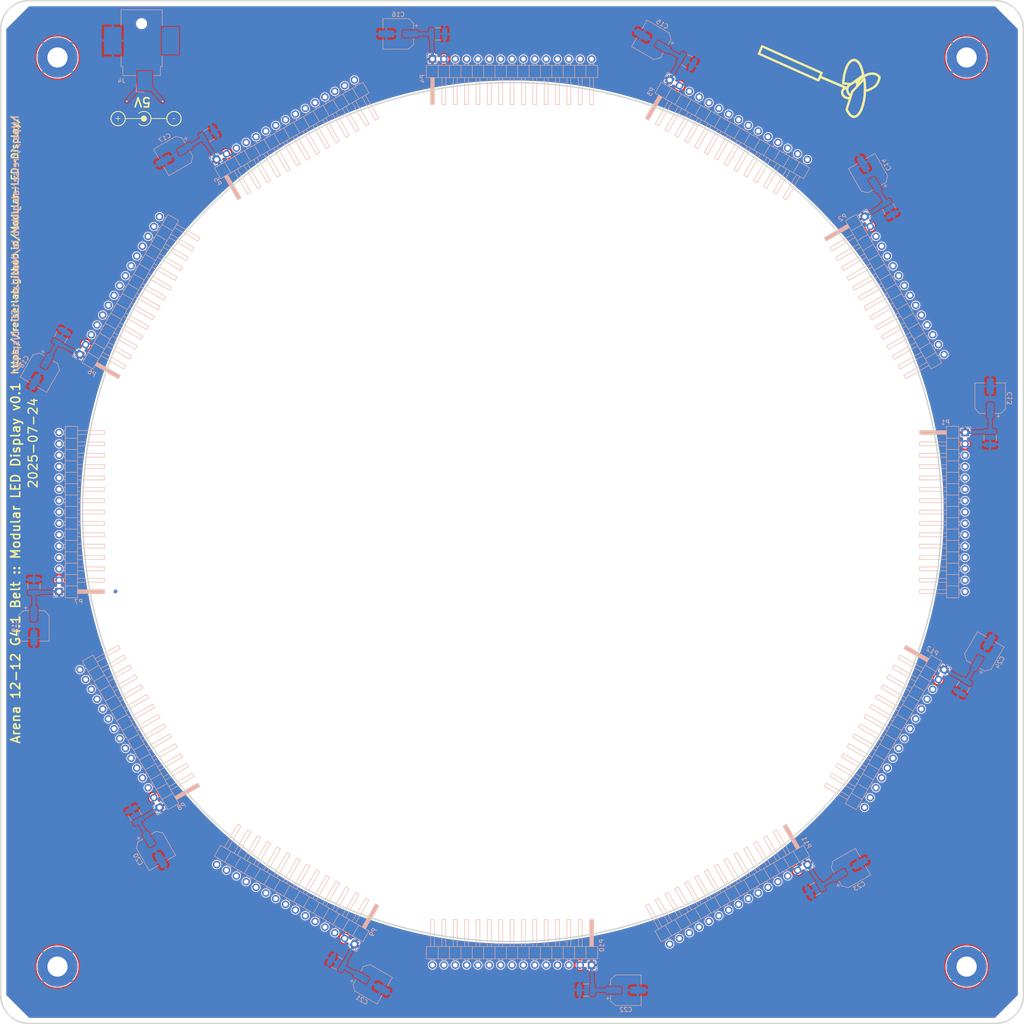
<source format=kicad_pcb>
(kicad_pcb (version 20241229) (generator "pcbnew") (generator_version "9.0")
  (title_block (title "Arena 12-12 G4.1 Belt :: Modular LED Display") (date "2025-07-24") (rev "v0.1") (company "MCN-NET @ Janelia"))
  (layers (0 "F.Cu" signal) (2 "B.Cu" signal) (13 "F.Paste" user) (15 "B.Paste" user) (5 "F.SilkS" user "F.Silkscreen") (7 "B.SilkS" user "B.Silkscreen") (1 "F.Mask" user) (3 "B.Mask" user) (25 "Edge.Cuts" user))
  (property "URL" "")
  (net 0 "")
  (net 1 "+5V")
  (net 13 "GND")
  (footprint "MountingHole:MountingHole_4.5mm_Pad" (layer "F.Cu") (at 76.2 76.2)
    (property "Reference" "H1" (hide yes))
    (property "Value" "MountingHole_Pad" (hide yes))
  )
  (footprint "MountingHole:MountingHole_4.5mm_Pad" (layer "F.Cu") (at 279.4 279.4)
    (property "Reference" "H3" (hide yes))
    (property "Value" "MountingHole_Pad" (hide yes))
  )
  (footprint "MountingHole:MountingHole_4.5mm_Pad" (layer "F.Cu") (at 76.2 279.4)
    (property "Reference" "H4" (hide yes))
    (property "Value" "MountingHole_Pad" (hide yes))
  )
  (footprint "MountingHole:MountingHole_4.5mm_Pad" (layer "F.Cu") (at 279.4 76.2)
    (property "Reference" "H2" (hide yes))
    (property "Value" "MountingHole_Pad" (hide yes))
  )
  (footprint "Capacitor_SMD:CP_Elec_6.3x7.7" (layer "B.Cu") (at 152.359556 70.918075 180)
    (property "Reference" "C16")
    (property "Value" "C_Polarized")
  )
  (footprint "Capacitor_SMD:C_1210_3225Metric" (layer "B.Cu") (at 216.907465 76.989482 -30)
    (property "Reference" "C3" (hide yes))
    (property "Value" "100uF" (hide yes))
  )
  (footprint "Connector_BarrelJack:BarrelJack_CUI_PJ-036AH-SMT_Horizontal" (layer "B.Cu") (at 95 75.64)
    (property "Reference" "J4")
    (property "Value" "Barrel_Jack")
  )
  (footprint "Connector_PinHeader_2.54mm:PinHeader_1x15_P2.54mm_Horizontal" (layer "B.Cu") (at 195.579999 279.054028 90)
    (property "Reference" "P10")
    (property "Value" "CONN15")
  )
  (footprint "Connector_PinHeader_2.54mm:PinHeader_1x15_P2.54mm_Horizontal" (layer "B.Cu") (at 274.378561 213.029082 150)
    (property "Reference" "P12")
    (property "Value" "CONN15")
  )
  (footprint "Connector_PinHeader_2.54mm:PinHeader_1x15_P2.54mm_Horizontal" (layer "B.Cu") (at 76.545971 195.58)
    (property "Reference" "P7")
    (property "Value" "CONN15")
  )
  (footprint "Capacitor_SMD:CP_Elec_6.3x7.7" (layer "B.Cu") (at 283.082684 209.20889 60)
    (property "Reference" "C24")
    (property "Value" "C_Polarized")
  )
  (footprint "Capacitor_SMD:C_1210_3225Metric" (layer "B.Cu") (at 161.2628 70.941799)
    (property "Reference" "C4" (hide yes))
    (property "Value" "100uF" (hide yes))
  )
  (footprint "Capacitor_SMD:C_1210_3225Metric" (layer "B.Cu") (at 278.610517 216.907465 -120)
    (property "Reference" "C12" (hide yes))
    (property "Value" "100uF" (hide yes))
  )
  (footprint "Capacitor_SMD:CP_Elec_6.3x7.7" (layer "B.Cu") (at 253.273033 257.64224 30)
    (property "Reference" "C23")
    (property "Value" "C_Polarized")
  )
  (footprint "Capacitor_SMD:C_1210_3225Metric" (layer "B.Cu") (at 93.526682 245.550735 120)
    (property "Reference" "C8" (hide yes))
    (property "Value" "100uF" (hide yes))
  )
  (footprint "Connector_PinHeader_2.54mm:PinHeader_1x15_P2.54mm_Horizontal" (layer "B.Cu") (at 142.570917 274.378561 60)
    (property "Reference" "P9")
    (property "Value" "CONN15")
  )
  (footprint "Connector_PinHeader_2.54mm:PinHeader_1x15_P2.54mm_Horizontal" (layer "B.Cu") (at 243.824946 256.598561 120)
    (property "Reference" "P11")
    (property "Value" "CONN15")
  )
  (footprint "Capacitor_SMD:CP_Elec_6.3x7.7" (layer "B.Cu") (at 70.918075 203.240444 -90)
    (property "Reference" "C19")
    (property "Value" "C_Polarized")
  )
  (footprint "Capacitor_SMD:CP_Elec_6.3x7.7" (layer "B.Cu") (at 146.391109 283.082684 -30)
    (property "Reference" "C21")
    (property "Value" "C_Polarized")
  )
  (footprint "Capacitor_SMD:CP_Elec_6.3x7.7" (layer "B.Cu") (at 203.240443 284.681924)
    (property "Reference" "C22")
    (property "Value" "C_Polarized")
  )
  (footprint "Capacitor_SMD:C_1210_3225Metric" (layer "B.Cu") (at 110.049264 93.526682 30)
    (property "Reference" "C5" (hide yes))
    (property "Value" "100uF" (hide yes))
  )
  (footprint "Connector_PinHeader_2.54mm:PinHeader_1x15_P2.54mm_Horizontal" (layer "B.Cu") (at 111.775053 99.001438 -60)
    (property "Reference" "P5")
    (property "Value" "CONN15")
  )
  (footprint "Capacitor_SMD:C_1210_3225Metric" (layer "B.Cu") (at 245.550735 262.073317 -150)
    (property "Reference" "C11" (hide yes))
    (property "Value" "100uF" (hide yes))
  )
  (footprint "Connector_PinHeader_2.54mm:PinHeader_1x15_P2.54mm_Horizontal" (layer "B.Cu") (at 160.02 76.545971 -90)
    (property "Reference" "P4")
    (property "Value" "CONN15")
  )
  (footprint "Capacitor_SMD:C_1210_3225Metric" (layer "B.Cu") (at 284.6582 161.2628 -90)
    (property "Reference" "C1" (hide yes))
    (property "Value" "100uF" (hide yes))
  )
  (footprint "Capacitor_SMD:C_1210_3225Metric" (layer "B.Cu") (at 262.073317 110.049264 -60)
    (property "Reference" "C2" (hide yes))
    (property "Value" "100uF" (hide yes))
  )
  (footprint "Connector_PinHeader_2.54mm:PinHeader_1x15_P2.54mm_Horizontal" (layer "B.Cu") (at 279.054028 160.02 180)
    (property "Reference" "P1")
    (property "Value" "CONN15")
  )
  (footprint "Connector_PinHeader_2.54mm:PinHeader_1x15_P2.54mm_Horizontal" (layer "B.Cu") (at 81.221438 142.570917 -30)
    (property "Reference" "P6")
    (property "Value" "CONN15")
  )
  (footprint "Capacitor_SMD:CP_Elec_6.3x7.7" (layer "B.Cu") (at 257.64224 102.326966 120)
    (property "Reference" "C14")
    (property "Value" "C_Polarized")
  )
  (footprint "Connector_PinHeader_2.54mm:PinHeader_1x15_P2.54mm_Horizontal" (layer "B.Cu") (at 99.001438 243.824946 30)
    (property "Reference" "P8")
    (property "Value" "CONN15")
  )
  (footprint "Capacitor_SMD:CP_Elec_6.3x7.7" (layer "B.Cu") (at 72.517315 146.391109 -120)
    (property "Reference" "C18")
    (property "Value" "C_Polarized")
  )
  (footprint "Capacitor_SMD:CP_Elec_6.3x7.7" (layer "B.Cu") (at 102.326966 97.957759 -150)
    (property "Reference" "C17")
    (property "Value" "C_Polarized")
  )
  (footprint "Capacitor_SMD:CP_Elec_6.3x7.7" (layer "B.Cu") (at 97.957759 253.273033 -60)
    (property "Reference" "C20")
    (property "Value" "C_Polarized")
  )
  (footprint "Capacitor_SMD:C_1210_3225Metric" (layer "B.Cu") (at 76.989482 138.692534 60)
    (property "Reference" "C6" (hide yes))
    (property "Value" "100uF" (hide yes))
  )
  (footprint "Connector_PinHeader_2.54mm:PinHeader_1x15_P2.54mm_Horizontal" (layer "B.Cu") (at 256.598561 111.775053 -150)
    (property "Reference" "P2")
    (property "Value" "CONN15")
  )
  (footprint "Capacitor_SMD:C_1210_3225Metric" (layer "B.Cu") (at 194.3372 284.6582 180)
    (property "Reference" "C10" (hide yes))
    (property "Value" "100uF" (hide yes))
  )
  (footprint "Capacitor_SMD:C_1210_3225Metric" (layer "B.Cu") (at 138.692534 278.610517 150)
    (property "Reference" "C9" (hide yes))
    (property "Value" "100uF" (hide yes))
  )
  (footprint "Capacitor_SMD:C_1210_3225Metric" (layer "B.Cu") (at 70.941799 194.3372 90)
    (property "Reference" "C7" (hide yes))
    (property "Value" "100uF" (hide yes))
  )
  (footprint "Connector_PinHeader_2.54mm:PinHeader_1x15_P2.54mm_Horizontal" (layer "B.Cu") (at 213.029082 81.221438 -120)
    (property "Reference" "P3")
    (property "Value" "CONN15")
  )
  (footprint "Capacitor_SMD:CP_Elec_6.3x7.7" (layer "B.Cu") (at 209.20889 72.517315 150)
    (property "Reference" "C15")
    (property "Value" "C_Polarized")
  )
  (footprint "Capacitor_SMD:CP_Elec_6.3x7.7" (layer "B.Cu") (at 284.681924 152.359556 90)
    (property "Reference" "C13")
    (property "Value" "C_Polarized")
  )
  (gr_line (start 96.448062 91.154695) (end 96.381976 91.200755) (stroke (width 0.15487)) (layer "F.SilkS"))
  (gr_line (start 88.187038 89.533714) (end 88.204881 89.456407) (stroke (width 0.179621)) (layer "F.SilkS"))
  (gr_line (start 88.472024 90.811828) (end 88.427474 90.749179) (stroke (width 0.179621)) (layer "F.SilkS"))
  (gr_line (start 252.745149 83.158866) (end 252.846682 82.811084) (stroke (width 0.514144)) (layer "F.SilkS"))
  (gr_line (start 103.741242 89.306334) (end 103.766364 89.38058) (stroke (width 0.179621)) (layer "F.SilkS"))
  (gr_line (start 101.411711 88.489181) (end 101.478627 88.450706) (stroke (width 0.179621)) (layer "F.SilkS"))
  (gr_line (start 254.751959 76.886737) (end 254.832186 76.932059) (stroke (width 0.514144)) (layer "F.SilkS"))
  (gr_line (start 91.331994 90.099097) (end 91.317942 90.177786) (stroke (width 0.179621)) (layer "F.SilkS"))
  (gr_line (start 253.201058 84.487587) (end 253.055121 84.332802) (stroke (width 0.514144)) (layer "F.SilkS"))
  (gr_line (start 96.314173 88.468401) (end 96.381976 88.510776) (stroke (width 0.15487)) (layer "F.SilkS"))
  (gr_line (start 103.423094 90.930159) (end 103.370185 90.985655) (stroke (width 0.179621)) (layer "F.SilkS"))
  (gr_line (start 103.606868 90.684331) (end 103.565305 90.749164) (stroke (width 0.179621)) (layer "F.SilkS"))
  (gr_line (start 95.727107 88.262053) (end 95.803495 88.27495) (stroke (width 0.15487)) (layer "F.SilkS"))
  (gr_line (start 252.707264 88.059074) (end 252.792607 88.226355) (stroke (width 0.514144)) (layer "F.SilkS"))
  (gr_line (start 101.007259 90.872192) (end 100.959822 90.811828) (stroke (width 0.179621)) (layer "F.SilkS"))
  (gr_line (start 255.278026 77.343544) (end 255.346418 77.434821) (stroke (width 0.514144)) (layer "F.SilkS"))
  (gr_line (start 254.88994 81.956723) (end 255.36423 81.335224) (stroke (width 0.514144)) (layer "F.SilkS"))
  (gr_line (start 254.006568 89.40495) (end 254.063107 89.416693) (stroke (width 0.514144)) (layer "F.SilkS"))
  (gr_line (start 253.168768 77.367627) (end 253.366821 77.154429) (stroke (width 0.514144)) (layer "F.SilkS"))
  (gr_line (start 256.126945 79.349167) (end 256.211541 79.714153) (stroke (width 0.514144)) (layer "F.SilkS"))
  (gr_line (start 256.610532 81.473064) (end 256.581974 81.216356) (stroke (width 0.514144)) (layer "F.SilkS"))
  (gr_line (start 91.348326 89.937978) (end 91.342156 90.019127) (stroke (width 0.179621)) (layer "F.SilkS"))
  (gr_line (start 103.133698 91.180777) (end 103.068865 91.222341) (stroke (width 0.179621)) (layer "F.SilkS"))
  (gr_line (start 89.509143 91.43527) (end 89.430455 91.421218) (stroke (width 0.179621)) (layer "F.SilkS"))
  (gr_line (start 255.478139 77.636285) (end 255.541468 77.746351) (stroke (width 0.514144)) (layer "F.SilkS"))
  (gr_line (start 254.121027 76.766337) (end 254.235015 76.759866) (stroke (width 0.514144)) (layer "F.SilkS"))
  (gr_line (start 253.568776 84.683342) (end 253.389552 84.621868) (stroke (width 0.514144)) (layer "F.SilkS"))
  (gr_line (start 90.935296 88.781354) (end 90.985519 88.839333) (stroke (width 0.179621)) (layer "F.SilkS"))
  (gr_line (start 88.990829 88.450706) (end 89.059728 88.415418) (stroke (width 0.179621)) (layer "F.SilkS"))
  (gr_line (start 91.350406 89.855749) (end 91.348326 89.937978) (stroke (width 0.179621)) (layer "F.SilkS"))
  (gr_line (start 252.619628 85.238463) (end 252.334113 85.137051) (stroke (width 0.514144)) (layer "F.SilkS"))
  (gr_line (start 88.172986 89.612403) (end 88.187038 89.533714) (stroke (width 0.179621)) (layer "F.SilkS"))
  (gr_line (start 88.923913 91.222349) (end 88.859081 91.180786) (stroke (width 0.179621)) (layer "F.SilkS"))
  (gr_line (start 102.076911 88.266099) (end 102.15806 88.259929) (stroke (width 0.179621)) (layer "F.SilkS"))
  (gr_line (start 100.799944 89.16299) (end 100.835232 89.094092) (stroke (width 0.179621)) (layer "F.SilkS"))
  (gr_line (start 96.691699 90.934333) (end 96.634586 90.994407) (stroke (width 0.15487)) (layer "F.SilkS"))
  (gr_line (start 256.498768 85.562187) (end 256.542752 85.274453) (stroke (width 0.514144)) (layer "F.SilkS"))
  (gr_line (start 90.445252 88.415418) (end 90.514151 88.450706) (stroke (width 0.179621)) (layer "F.SilkS"))
  (gr_line (start 252.096227 79.908031) (end 252.209505 79.447517) (stroke (width 0.514144)) (layer "F.SilkS"))
  (gr_line (start 89.430455 88.290313) (end 89.509143 88.276261) (stroke (width 0.179621)) (layer "F.SilkS"))
  (gr_line (start 254.936303 81.581314) (end 255.149848 81.616142) (stroke (width 0.514144)) (layer "F.SilkS"))
  (gr_line (start 101.165886 88.672952) (end 101.223866 88.622729) (stroke (width 0.179621)) (layer "F.SilkS"))
  (gr_line (start 88.280147 90.477746) (end 88.251536 90.405181) (stroke (width 0.179621)) (layer "F.SilkS"))
  (gr_line (start 255.004947 82.561612) (end 254.88994 81.956723) (stroke (width 0.514144)) (layer "F.SilkS"))
  (gr_line (start 96.028653 91.375783) (end 95.954411 91.399734) (stroke (width 0.15487)) (layer "F.SilkS"))
  (gr_line (start 255.063197 81.879162) (end 255.097867 81.791672) (stroke (width 0.514144)) (layer "F.SilkS"))
  (gr_line (start 253.573375 76.984955) (end 253.679557 76.917271) (stroke (width 0.514144)) (layer "F.SilkS"))
  (gr_line (start 255.191303 88.934018) (end 255.300145 88.807136) (stroke (width 0.514144)) (layer "F.SilkS"))
  (gr_line (start 100.660784 90.099104) (end 100.650622 90.019133) (stroke (width 0.179621)) (layer "F.SilkS"))
  (gr_line (start 91.253444 89.306334) (end 91.278566 89.38058) (stroke (width 0.179621)) (layer "F.SilkS"))
  (gr_line (start 102.322517 88.259929) (end 102.403666 88.266099) (stroke (width 0.179621)) (layer "F.SilkS"))
  (gr_line (start 103.520754 90.811814) (end 103.473317 90.872179) (stroke (width 0.179621)) (layer "F.SilkS"))
  (gr_line (start 254.234763 89.43192) (end 254.361233 89.423675) (stroke (width 0.514144)) (layer "F.SilkS"))
  (gr_line (start 254.361233 89.423675) (end 254.486039 89.399209) (stroke (width 0.514144)) (layer "F.SilkS"))
  (gr_line (start 256.053633 87.356131) (end 256.13085 87.126231) (stroke (width 0.514144)) (layer "F.SilkS"))
  (gr_line (start 97.09886 89.701415) (end 97.104387 89.778519) (stroke (width 0.15487)) (layer "F.SilkS"))
  (gr_line (start 91.11907 89.027176) (end 91.157546 89.094092) (stroke (width 0.179621)) (layer "F.SilkS"))
  (gr_line (start 97.104387 89.778519) (end 97.10623 89.855766) (stroke (width 0.15487)) (layer "F.SilkS"))
  (gr_line (start 94.848176 89.855749) (end 91.423417 89.855749) (stroke (width 0.168772)) (layer "F.SilkS"))
  (gr_line (start 103.068865 91.222341) (end 103.001949 91.260818) (stroke (width 0.179621)) (layer "F.SilkS"))
  (gr_line (start 254.586424 76.816575) (end 254.670039 76.848223) (stroke (width 0.514144)) (layer "F.SilkS"))
  (gr_line (start 103.712631 90.477733) (end 103.680632 90.548515) (stroke (width 0.179621)) (layer "F.SilkS"))
  (gr_line (start 255.097867 81.791672) (end 255.149848 81.616142) (stroke (width 0.514144)) (layer "F.SilkS"))
  (gr_line (start 254.832186 76.932059) (end 254.910721 76.984126) (stroke (width 0.514144)) (layer "F.SilkS"))
  (gr_line (start 89.670262 91.451602) (end 89.589113 91.445432) (stroke (width 0.179621)) (layer "F.SilkS"))
  (gr_line (start 91.342156 90.019127) (end 91.331994 90.099097) (stroke (width 0.179621)) (layer "F.SilkS"))
  (gr_line (start 91.192834 89.16299) (end 91.224833 89.233771) (stroke (width 0.179621)) (layer "F.SilkS"))
  (gr_line (start 102.862269 88.383419) (end 102.93305 88.415418) (stroke (width 0.179621)) (layer "F.SilkS"))
  (gr_line (start 255.886058 78.533617) (end 255.937597 78.685409) (stroke (width 0.514144)) (layer "F.SilkS"))
  (gr_line (start 95.341589 91.45869) (end 95.264772 91.449478) (stroke (width 0.15487)) (layer "F.SilkS"))
  (gr_line (start 252.209505 79.447517) (end 252.337602 79.01604) (stroke (width 0.514144)) (layer "F.SilkS"))
  (gr_line (start 95.650289 88.252841) (end 95.727107 88.262053) (stroke (width 0.15487)) (layer "F.SilkS"))
  (gr_line (start 100.739334 90.405181) (end 100.714212 90.330934) (stroke (width 0.179621)) (layer "F.SilkS"))
  (gr_line (start 256.395325 86.116053) (end 256.449574 85.842853) (stroke (width 0.514144)) (layer "F.SilkS"))
  (gr_line (start 96.956999 89.177715) (end 96.988319 89.24981) (stroke (width 0.15487)) (layer "F.SilkS"))
  (gr_line (start 97.104387 89.933013) (end 97.09886 90.010117) (stroke (width 0.15487)) (layer "F.SilkS"))
  (gr_line (start 96.794871 88.903644) (end 96.84093 88.969729) (stroke (width 0.15487)) (layer "F.SilkS"))
  (gr_line (start 254.965543 89.147073) (end 255.079717 89.047463) (stroke (width 0.514144)) (layer "F.SilkS"))
  (gr_line (start 97.089648 90.086934) (end 97.076752 90.163323) (stroke (width 0.15487)) (layer "F.SilkS"))
  (gr_line (start 91.348326 89.773521) (end 91.350406 89.855749) (stroke (width 0.179621)) (layer "F.SilkS"))
  (gr_line (start 254.177219 89.430215) (end 254.234763 89.43192) (stroke (width 0.514144)) (layer "F.SilkS"))
  (gr_line (start 254.235015 76.759866) (end 254.325411 76.763441) (stroke (width 0.514144)) (layer "F.SilkS"))
  (gr_line (start 255.062715 77.108259) (end 255.136175 77.180203) (stroke (width 0.514144)) (layer "F.SilkS"))
  (gr_line (start 97.060171 89.472393) (end 97.076752 89.548209) (stroke (width 0.15487)) (layer "F.SilkS"))
  (gr_line (start 88.622593 88.72586) (end 88.678088 88.672952) (stroke (width 0.179621)) (layer "F.SilkS"))
  (gr_line (start 254.980877 82.202116) (end 254.982787 82.188752) (stroke (width 0.514144)) (layer "F.SilkS"))
  (gr_line (start 252.979735 85.300139) (end 252.619628 85.238463) (stroke (width 0.514144)) (layer "F.SilkS"))
  (gr_line (start 89.203073 91.356722) (end 89.13051 91.328111) (stroke (width 0.179621)) (layer "F.SilkS"))
  (gr_line (start 103.741242 90.405168) (end 103.712631 90.477733) (stroke (width 0.179621)) (layer "F.SilkS"))
  (gr_line (start 253.568776 84.683342) (end 253.330451 85.199455) (stroke (width 0.514144)) (layer "F.SilkS"))
  (gr_line (start 251.706046 84.476022) (end 251.615916 84.247664) (stroke (width 0.514144)) (layer "F.SilkS"))
  (gr_line (start 103.805739 90.177786) (end 103.787897 90.255094) (stroke (width 0.179621)) (layer "F.SilkS"))
  (gr_line (start 89.670262 88.259929) (end 89.75249 88.25785) (stroke (width 0.179621)) (layer "F.SilkS"))
  (gr_line (start 88.312146 89.16299) (end 88.347434 89.094092) (stroke (width 0.179621)) (layer "F.SilkS"))
  (gr_line (start 96.634586 88.717124) (end 96.691699 88.777199) (stroke (width 0.15487)) (layer "F.SilkS"))
  (gr_line (start 94.677706 91.24313) (end 94.609903 91.200755) (stroke (width 0.15487)) (layer "F.SilkS"))
  (gr_line (start 257.776502 79.856604) (end 258.143428 79.801214) (stroke (width 0.514144)) (layer "F.SilkS"))
  (gr_line (start 95.037468 91.399734) (end 94.963226 91.375783) (stroke (width 0.15487)) (layer "F.SilkS"))
  (gr_line (start 102.639632 91.403374) (end 102.562324 91.421217) (stroke (width 0.179621)) (layer "F.SilkS"))
  (gr_line (start 254.008374 76.785575) (end 254.121027 76.766337) (stroke (width 0.514144)) (layer "F.SilkS"))
  (gr_line (start 101.110391 88.72586) (end 101.165886 88.672952) (stroke (width 0.179621)) (layer "F.SilkS"))
  (gr_line (start 258.955367 82.627557) (end 258.65461 82.854604) (stroke (width 0.514144)) (layer "F.SilkS"))
  (gr_line (start 96.381976 88.510776) (end 96.448062 88.556836) (stroke (width 0.15487)) (layer "F.SilkS"))
  (gr_line (start 95.264772 88.262053) (end 95.341589 88.252841) (stroke (width 0.15487)) (layer "F.SilkS"))
  (gr_line (start 102.562324 88.290313) (end 102.639632 88.308155) (stroke (width 0.179621)) (layer "F.SilkS"))
  (gr_line (start 259.925168 80.667401) (end 259.88186 80.992598) (stroke (width 0.514144)) (layer "F.SilkS"))
  (gr_line (start 259.72169 80.336422) (end 259.898368 80.517697) (stroke (width 0.514144)) (layer "F.SilkS"))
  (gr_line (start 88.923913 88.489181) (end 88.990829 88.450706) (stroke (width 0.179621)) (layer "F.SilkS"))
  (gr_line (start 95.264772 91.449478) (end 95.188384 91.436581) (stroke (width 0.15487)) (layer "F.SilkS"))
  (gr_line (start 90.985519 90.872179) (end 90.935296 90.930159) (stroke (width 0.179621)) (layer "F.SilkS"))
  (gr_line (start 101.618307 88.383419) (end 101.690871 88.354809) (stroke (width 0.179621)) (layer "F.SilkS"))
  (gr_line (start 103.423094 88.781354) (end 103.473317 88.839333) (stroke (width 0.179621)) (layer "F.SilkS"))
  (gr_line (start 251.901095 84.782901) (end 251.706046 84.476022) (stroke (width 0.514144)) (layer "F.SilkS"))
  (gr_line (start 103.838203 89.855749) (end 103.836124 89.937978) (stroke (width 0.179621)) (layer "F.SilkS"))
  (gr_line (start 256.449574 85.842853) (end 256.498768 85.562187) (stroke (width 0.514144)) (layer "F.SilkS"))
  (gr_line (start 101.618307 91.328111) (end 101.547526 91.296112) (stroke (width 0.179621)) (layer "F.SilkS"))
  (gr_line (start 255.603112 77.862559) (end 255.66307 77.984848) (stroke (width 0.514144)) (layer "F.SilkS"))
  (gr_line (start 255.833575 80.825176) (end 256.07449 80.614733) (stroke (width 0.514144)) (layer "F.SilkS"))
  (gr_line (start 89.589113 88.266099) (end 89.670262 88.259929) (stroke (width 0.179621)) (layer "F.SilkS"))
  (gr_line (start 88.427474 88.962345) (end 88.472024 88.899697) (stroke (width 0.179621)) (layer "F.SilkS"))
  (gr_line (start 94.417368 88.66001) (end 94.479591 88.606581) (stroke (width 0.15487)) (layer "F.SilkS"))
  (gr_line (start 96.512288 88.606581) (end 96.57451 88.66001) (stroke (width 0.15487)) (layer "F.SilkS"))
  (gr_line (start 95.727107 91.449478) (end 95.65029 91.45869) (stroke (width 0.15487)) (layer "F.SilkS"))
  (gr_line (start 89.203073 88.354809) (end 89.277319 88.329687) (stroke (width 0.179621)) (layer "F.SilkS"))
  (gr_line (start 90.301907 91.356718) (end 90.227661 91.381841) (stroke (width 0.179621)) (layer "F.SilkS"))
  (gr_line (start 94.677705 88.468401) (end 94.747082 88.429711) (stroke (width 0.15487)) (layer "F.SilkS"))
  (gr_poly (pts (xy 233.689051 73.692292) (xy 246.988669 79.646922) (xy 246.280092 81.308769) (xy 232.980474 75.354138)) (stroke (width 0.514144)) (fill no) (layer "F.SilkS"))
  (gr_line (start 96.988319 90.461721) (end 96.956999 90.533817) (stroke (width 0.15487)) (layer "F.SilkS"))
  (gr_line (start 91.032956 88.899697) (end 91.077507 88.962345) (stroke (width 0.179621)) (layer "F.SilkS"))
  (gr_line (start 103.001949 91.260818) (end 102.93305 91.296107) (stroke (width 0.179621)) (layer "F.SilkS"))
  (gr_line (start 88.569684 90.930172) (end 88.519461 90.872192) (stroke (width 0.179621)) (layer "F.SilkS"))
  (gr_line (start 94.417368 91.051521) (end 94.357292 90.994407) (stroke (width 0.15487)) (layer "F.SilkS"))
  (gr_line (start 96.57451 91.051521) (end 96.512288 91.104951) (stroke (width 0.15487)) (layer "F.SilkS"))
  (gr_line (start 256.641902 84.372824) (end 256.663503 84.060799) (stroke (width 0.514144)) (layer "F.SilkS"))
  (gr_line (start 101.918253 91.421218) (end 101.840944 91.403376) (stroke (width 0.179621)) (layer "F.SilkS"))
  (gr_line (start 252.337602 79.01604) (end 252.479614 78.615696) (stroke (width 0.514144)) (layer "F.SilkS"))
  (gr_line (start 91.224833 89.233771) (end 91.253444 89.306334) (stroke (width 0.179621)) (layer "F.SilkS"))
  (gr_line (start 88.736068 91.088799) (end 88.678088 91.038576) (stroke (width 0.179621)) (layer "F.SilkS"))
  (gr_line (start 90.514151 91.260818) (end 90.445252 91.296107) (stroke (width 0.179621)) (layer "F.SilkS"))
  (gr_line (start 100.959822 90.811828) (end 100.915271 90.749179) (stroke (width 0.179621)) (layer "F.SilkS"))
  (gr_line (start 252.580092 87.824001) (end 252.624902 87.882548) (stroke (width 0.514144)) (layer "F.SilkS"))
  (gr_line (start 102.715459 88.329687) (end 102.789705 88.354809) (stroke (width 0.179621)) (layer "F.SilkS"))
  (gr_line (start 91.224833 90.477733) (end 91.192834 90.548515) (stroke (width 0.179621)) (layer "F.SilkS"))
  (gr_line (start 101.057482 88.781354) (end 101.110391 88.72586) (stroke (width 0.179621)) (layer "F.SilkS"))
  (gr_line (start 96.244797 91.281821) (end 96.173989 91.316826) (stroke (width 0.15487)) (layer "F.SilkS"))
  (gr_line (start 253.344445 82.172428) (end 253.372692 82.12807) (stroke (width 0.514144)) (layer "F.SilkS"))
  (gr_line (start 252.908719 84.084789) (end 252.794068 83.836328) (stroke (width 0.514144)) (layer "F.SilkS"))
  (gr_line (start 101.28423 88.575293) (end 101.346878 88.530743) (stroke (width 0.179621)) (layer "F.SilkS"))
  (gr_line (start 103.370185 90.985655) (end 103.31469 91.038565) (stroke (width 0.179621)) (layer "F.SilkS"))
  (gr_line (start 96.512288 91.104951) (end 96.448062 91.154695) (stroke (width 0.15487)) (layer "F.SilkS"))
  (gr_line (start 88.172986 90.099104) (end 88.162824 90.019133) (stroke (width 0.179621)) (layer "F.SilkS"))
  (gr_line (start 88.796432 88.575293) (end 88.859081 88.530743) (stroke (width 0.179621)) (layer "F.SilkS"))
  (gr_line (start 90.985519 88.839333) (end 91.032956 88.899697) (stroke (width 0.179621)) (layer "F.SilkS"))
  (gr_line (start 103.473317 90.872179) (end 103.423094 90.930159) (stroke (width 0.179621)) (layer "F.SilkS"))
  (gr_line (start 101.547526 91.296112) (end 101.478627 91.260824) (stroke (width 0.179621)) (layer "F.SilkS"))
  (gr_line (start 259.456946 80.118536) (end 259.72169 80.336422) (stroke (width 0.514144)) (layer "F.SilkS"))
  (gr_line (start 101.007259 88.839333) (end 101.057482 88.781354) (stroke (width 0.179621)) (layer "F.SilkS"))
  (gr_line (start 88.251536 89.306334) (end 88.280147 89.233771) (stroke (width 0.179621)) (layer "F.SilkS"))
  (gr_line (start 95.112568 88.291531) (end 95.188383 88.27495) (stroke (width 0.15487)) (layer "F.SilkS"))
  (gr_line (start 89.509143 88.276261) (end 89.589113 88.266099) (stroke (width 0.179621)) (layer "F.SilkS"))
  (gr_line (start 254.968217 82.368427) (end 254.973825 82.28596) (stroke (width 0.514144)) (layer "F.SilkS"))
  (gr_poly (pts (xy 89.684093 89.921701) (xy 89.234965 89.921701) (xy 89.234965 89.789862) (xy 89.684093 89.789862) (xy 89.684093 89.340729) (xy 89.820891 89.340729) (xy 89.820891 89.789862) (xy 90.270017 89.789862) (xy 90.270017 89.921701) (xy 89.820891 89.921701) (xy 89.820891 90.370834) (xy 89.684093 90.370834)) (fill yes) (layer "F.SilkS"))
  (gr_line (start 103.31469 91.038565) (end 103.256711 91.088789) (stroke (width 0.179621)) (layer "F.SilkS"))
  (gr_line (start 103.787897 90.255094) (end 103.766364 90.330922) (stroke (width 0.179621)) (layer "F.SilkS"))
  (gr_line (start 256.874789 80.168502) (end 257.100726 80.06007) (stroke (width 0.514144)) (layer "F.SilkS"))
  (gr_line (start 102.15806 88.259929) (end 102.240288 88.25785) (stroke (width 0.179621)) (layer "F.SilkS"))
  (gr_line (start 100.660784 89.612403) (end 100.674837 89.533714) (stroke (width 0.179621)) (layer "F.SilkS"))
  (gr_line (start 255.797816 87.98511) (end 255.886962 87.785968) (stroke (width 0.514144)) (layer "F.SilkS"))
  (gr_line (start 103.196346 88.575293) (end 103.256711 88.622729) (stroke (width 0.179621)) (layer "F.SilkS"))
  (gr_poly (pts (xy 246.873984 80.574988) (xy 252.49223 82.962519) (xy 252.474799 83.003556) (xy 246.856554 80.616024)) (stroke (width 0.514144)) (fill no) (layer "F.SilkS"))
  (gr_line (start 256.679124 83.743696) (end 256.68861 83.421913) (stroke (width 0.514144)) (layer "F.SilkS"))
  (gr_line (start 94.357292 88.717124) (end 94.417368 88.66001) (stroke (width 0.15487)) (layer "F.SilkS"))
  (gr_line (start 252.479614 78.615696) (end 252.634639 78.248584) (stroke (width 0.514144)) (layer "F.SilkS"))
  (gr_line (start 103.787897 89.456407) (end 103.805739 89.533714) (stroke (width 0.179621)) (layer "F.SilkS"))
  (gr_line (start 88.162824 90.019133) (end 88.156654 89.937981) (stroke (width 0.179621)) (layer "F.SilkS"))
  (gr_line (start 258.437888 79.790373) (end 258.773953 79.846174) (stroke (width 0.514144)) (layer "F.SilkS"))
  (gr_line (start 256.542752 85.274453) (end 256.581372 84.98005) (stroke (width 0.514144)) (layer "F.SilkS"))
  (gr_line (start 89.277319 88.329687) (end 89.353146 88.308155) (stroke (width 0.179621)) (layer "F.SilkS"))
  (gr_line (start 100.580645 89.855749) (end 97.155887 89.855749) (stroke (width 0.168772)) (layer "F.SilkS"))
  (gr_line (start 90.826892 88.672952) (end 90.882387 88.72586) (stroke (width 0.179621)) (layer "F.SilkS"))
  (gr_line (start 89.277319 91.381844) (end 89.203073 91.356722) (stroke (width 0.179621)) (layer "F.SilkS"))
  (gr_line (start 259.88186 80.992598) (end 259.768065 81.348094) (stroke (width 0.514144)) (layer "F.SilkS"))
  (gr_line (start 91.331994 89.612403) (end 91.342156 89.692372) (stroke (width 0.179621)) (layer "F.SilkS"))
  (gr_line (start 102.403666 91.445432) (end 102.322517 91.451602) (stroke (width 0.179621)) (layer "F.SilkS"))
  (gr_line (start 101.765117 91.381844) (end 101.690871 91.356722) (stroke (width 0.179621)) (layer "F.SilkS"))
  (gr_line (start 259.898368 80.517697) (end 259.925168 80.667401) (stroke (width 0.514144)) (layer "F.SilkS"))
  (gr_line (start 94.81789 88.394705) (end 94.889985 88.363385) (stroke (width 0.15487)) (layer "F.SilkS"))
  (gr_line (start 251.998669 80.395481) (end 252.096227 79.908031) (stroke (width 0.514144)) (layer "F.SilkS"))
  (gr_line (start 103.645344 90.617415) (end 103.606868 90.684331) (stroke (width 0.179621)) (layer "F.SilkS"))
  (gr_line (start 252.334113 85.137051) (end 252.098681 84.975552) (stroke (width 0.514144)) (layer "F.SilkS"))
  (gr_line (start 254.848933 89.232451) (end 254.965543 89.147073) (stroke (width 0.514144)) (layer "F.SilkS"))
  (gr_line (start 253.841094 83.805115) (end 252.580092 87.824001) (stroke (width 0.514144)) (layer "F.SilkS"))
  (gr_line (start 100.692679 90.255105) (end 100.674837 90.177795) (stroke (width 0.179621)) (layer "F.SilkS"))
  (gr_line (start 100.799944 90.548529) (end 100.767945 90.477746) (stroke (width 0.179621)) (layer "F.SilkS"))
  (gr_line (start 89.75249 91.453682) (end 89.670262 91.451602) (stroke (width 0.179621)) (layer "F.SilkS"))
  (gr_line (start 103.819792 90.099097) (end 103.805739 90.177786) (stroke (width 0.179621)) (layer "F.SilkS"))
  (gr_line (start 101.223866 91.088799) (end 101.165886 91.038576) (stroke (width 0.179621)) (layer "F.SilkS"))
  (gr_line (start 100.644452 89.937981) (end 100.642373 89.855749) (stroke (width 0.179621)) (layer "F.SilkS"))
  (gr_line (start 101.547526 88.415418) (end 101.618307 88.383419) (stroke (width 0.179621)) (layer "F.SilkS"))
  (gr_line (start 96.794871 90.807887) (end 96.745128 90.872112) (stroke (width 0.15487)) (layer "F.SilkS"))
  (gr_line (start 95.954411 88.311798) (end 96.028653 88.335749) (stroke (width 0.15487)) (layer "F.SilkS"))
  (gr_line (start 100.959822 88.899697) (end 101.007259 88.839333) (stroke (width 0.179621)) (layer "F.SilkS"))
  (gr_line (start 101.478627 91.260824) (end 101.411711 91.222349) (stroke (width 0.179621)) (layer "F.SilkS"))
  (gr_line (start 100.915271 88.962345) (end 100.959822 88.899697) (stroke (width 0.179621)) (layer "F.SilkS"))
  (gr_line (start 90.768912 91.088789) (end 90.708548 91.136226) (stroke (width 0.179621)) (layer "F.SilkS"))
  (gr_line (start 259.108666 79.927544) (end 259.456946 80.118536) (stroke (width 0.514144)) (layer "F.SilkS"))
  (gr_line (start 103.370185 88.72586) (end 103.423094 88.781354) (stroke (width 0.179621)) (layer "F.SilkS"))
  (gr_line (start 89.430455 91.421218) (end 89.353146 91.403376) (stroke (width 0.179621)) (layer "F.SilkS"))
  (gr_line (start 253.259934 88.913733) (end 253.360701 89.019333) (stroke (width 0.514144)) (layer "F.SilkS"))
  (gr_line (start 100.835232 89.094092) (end 100.873708 89.027176) (stroke (width 0.179621)) (layer "F.SilkS"))
  (gr_line (start 94.479591 88.606581) (end 94.543817 88.556836) (stroke (width 0.15487)) (layer "F.SilkS"))
  (gr_line (start 255.777931 78.247431) (end 255.832836 78.387604) (stroke (width 0.514144)) (layer "F.SilkS"))
  (gr_line (start 254.978624 82.225119) (end 254.980877 82.202116) (stroke (width 0.514144)) (layer "F.SilkS"))
  (gr_line (start 252.605399 83.108125) (end 252.605399 83.082556) (stroke (width 0.514144)) (layer "F.SilkS"))
  (gr_line (start 252.846682 82.811084) (end 253.066798 82.474847) (stroke (width 0.514144)) (layer "F.SilkS"))
  (gr_line (start 102.483635 88.276261) (end 102.562324 88.290313) (stroke (width 0.179621)) (layer "F.SilkS"))
  (gr_line (start 251.854325 81.442799) (end 251.917734 80.90777) (stroke (width 0.514144)) (layer "F.SilkS"))
  (gr_poly (pts (xy 101.983172 89.781206) (xy 102.497403 89.781206) (xy 102.497403 89.930357) (xy 101.983172 89.930357)) (fill yes) (layer "F.SilkS"))
  (gr_line (start 101.478627 88.450706) (end 101.547526 88.415418) (stroke (width 0.179621)) (layer "F.SilkS"))
  (gr_line (start 90.708548 91.136226) (end 90.645899 91.180777) (stroke (width 0.179621)) (layer "F.SilkS"))
  (gr_line (start 252.980119 77.622451) (end 253.168768 77.367627) (stroke (width 0.514144)) (layer "F.SilkS"))
  (gr_line (start 252.880814 88.384095) (end 252.971767 88.531998) (stroke (width 0.514144)) (layer "F.SilkS"))
  (gr_line (start 90.882387 88.72586) (end 90.935296 88.781354) (stroke (width 0.179621)) (layer "F.SilkS"))
  (gr_line (start 91.192834 90.548515) (end 91.157546 90.617415) (stroke (width 0.179621)) (layer "F.SilkS"))
  (gr_line (start 88.204881 90.255105) (end 88.187038 90.177795) (stroke (width 0.179621)) (layer "F.SilkS"))
  (gr_line (start 253.161445 88.797113) (end 253.259934 88.913733) (stroke (width 0.514144)) (layer "F.SilkS"))
  (gr_line (start 88.736068 88.622729) (end 88.796432 88.575293) (stroke (width 0.179621)) (layer "F.SilkS"))
  (gr_line (start 103.712631 89.233771) (end 103.741242 89.306334) (stroke (width 0.179621)) (layer "F.SilkS"))
  (gr_line (start 103.256711 91.088789) (end 103.196346 91.136226) (stroke (width 0.179621)) (layer "F.SilkS"))
  (gr_line (start 254.119996 89.425128) (end 254.177219 89.430215) (stroke (width 0.514144)) (layer "F.SilkS"))
  (gr_line (start 96.883304 90.674) (end 96.84093 90.741802) (stroke (width 0.15487)) (layer "F.SilkS"))
  (gr_line (start 97.089648 89.624597) (end 97.09886 89.701415) (stroke (width 0.15487)) (layer "F.SilkS"))
  (gr_line (start 255.705002 88.173204) (end 255.797816 87.98511) (stroke (width 0.514144)) (layer "F.SilkS"))
  (gr_line (start 252.098681 84.975552) (end 251.901095 84.782901) (stroke (width 0.514144)) (layer "F.SilkS"))
  (gr_line (start 88.312146 90.548529) (end 88.280147 90.477746) (stroke (width 0.179621)) (layer "F.SilkS"))
  (gr_line (start 96.381976 91.200755) (end 96.314173 91.24313) (stroke (width 0.15487)) (layer "F.SilkS"))
  (gr_line (start 255.300145 88.807136) (end 255.406091 88.667216) (stroke (width 0.514144)) (layer "F.SilkS"))
  (gr_line (start 97.015954 90.388481) (end 96.988319 90.461721) (stroke (width 0.15487)) (layer "F.SilkS"))
  (gr_line (start 90.151834 91.403374) (end 90.074526 91.421217) (stroke (width 0.179621)) (layer "F.SilkS"))
  (gr_line (start 95.803495 91.436581) (end 95.727107 91.449478) (stroke (width 0.15487)) (layer "F.SilkS"))
  (gr_line (start 254.486039 89.399209) (end 254.609027 89.358917) (stroke (width 0.514144)) (layer "F.SilkS"))
  (gr_line (start 101.840944 88.308155) (end 101.918253 88.290313) (stroke (width 0.179621)) (layer "F.SilkS"))
  (gr_line (start 255.832836 78.387604) (end 255.886058 78.533617) (stroke (width 0.514144)) (layer "F.SilkS"))
  (gr_line (start 95.65029 91.45869) (end 95.573186 91.464217) (stroke (width 0.15487)) (layer "F.SilkS"))
  (gr_line (start 253.784201 89.325617) (end 253.894598 89.371681) (stroke (width 0.514144)) (layer "F.SilkS"))
  (gr_line (start 91.077507 90.749164) (end 91.032956 90.811814) (stroke (width 0.179621)) (layer "F.SilkS"))
  (gr_line (start 97.076752 89.548209) (end 97.089648 89.624597) (stroke (width 0.15487)) (layer "F.SilkS"))
  (gr_line (start 102.562324 91.421217) (end 102.483635 91.43527) (stroke (width 0.179621)) (layer "F.SilkS"))
  (gr_line (start 89.75249 88.25785) (end 89.834718 88.259929) (stroke (width 0.179621)) (layer "F.SilkS"))
  (gr_line (start 102.483635 91.43527) (end 102.403666 91.445432) (stroke (width 0.179621)) (layer "F.SilkS"))
  (gr_line (start 90.581067 91.222341) (end 90.514151 91.260818) (stroke (width 0.179621)) (layer "F.SilkS"))
  (gr_line (start 103.836124 89.937978) (end 103.829954 90.019127) (stroke (width 0.179621)) (layer "F.SilkS"))
  (gr_line (start 88.990829 91.260824) (end 88.923913 91.222349) (stroke (width 0.179621)) (layer "F.SilkS"))
  (gr_line (start 90.645899 91.180777) (end 90.581067 91.222341) (stroke (width 0.179621)) (layer "F.SilkS"))
  (gr_line (start 256.211541 79.714153) (end 256.299143 80.148776) (stroke (width 0.514144)) (layer "F.SilkS"))
  (gr_line (start 255.608673 88.349852) (end 255.705002 88.173204) (stroke (width 0.514144)) (layer "F.SilkS"))
  (gr_line (start 254.670039 76.848223) (end 254.751959 76.886737) (stroke (width 0.514144)) (layer "F.SilkS"))
  (gr_line (start 102.639632 88.308155) (end 102.715459 88.329687) (stroke (width 0.179621)) (layer "F.SilkS"))
  (gr_line (start 96.84093 90.741802) (end 96.794871 90.807887) (stroke (width 0.15487)) (layer "F.SilkS"))
  (gr_line (start 253.366821 77.154429) (end 253.573375 76.984955) (stroke (width 0.514144)) (layer "F.SilkS"))
  (gr_line (start 90.514151 88.450706) (end 90.581067 88.489181) (stroke (width 0.179621)) (layer "F.SilkS"))
  (gr_line (start 103.133698 88.530743) (end 103.196346 88.575293) (stroke (width 0.179621)) (layer "F.SilkS"))
  (gr_line (start 88.38591 90.684346) (end 88.347434 90.617429) (stroke (width 0.179621)) (layer "F.SilkS"))
  (gr_line (start 254.982787 82.188752) (end 255.063197 81.879162) (stroke (width 0.514144)) (layer "F.SilkS"))
  (gr_line (start 101.996941 88.276261) (end 102.076911 88.266099) (stroke (width 0.179621)) (layer "F.SilkS"))
  (gr_line (start 100.642373 89.855749) (end 100.644452 89.773521) (stroke (width 0.179621)) (layer "F.SilkS"))
  (gr_line (start 255.972286 87.576175) (end 256.053633 87.356131) (stroke (width 0.514144)) (layer "F.SilkS"))
  (gr_line (start 96.956999 90.533817) (end 96.921994 90.604624) (stroke (width 0.15487)) (layer "F.SilkS"))
  (gr_line (start 94.963226 88.335749) (end 95.037467 88.311798) (stroke (width 0.15487)) (layer "F.SilkS"))
  (gr_line (start 97.076752 90.163323) (end 97.060171 90.239139) (stroke (width 0.15487)) (layer "F.SilkS"))
  (gr_line (start 103.31469 88.672952) (end 103.370185 88.72586) (stroke (width 0.179621)) (layer "F.SilkS"))
  (gr_line (start 256.272274 86.638462) (end 256.336173 86.381389) (stroke (width 0.514144)) (layer "F.SilkS"))
  (gr_line (start 91.342156 89.692372) (end 91.348326 89.773521) (stroke (width 0.179621)) (layer "F.SilkS"))
  (gr_line (start 251.580485 83.954265) (end 251.641486 83.657003) (stroke (width 0.514144)) (layer "F.SilkS"))
  (gr_line (start 103.565305 88.962345) (end 103.606868 89.027176) (stroke (width 0.179621)) (layer "F.SilkS"))
  (gr_line (start 88.226414 90.330934) (end 88.204881 90.255105) (stroke (width 0.179621)) (layer "F.SilkS"))
  (gr_line (start 256.13085 87.126231) (end 256.203781 86.886876) (stroke (width 0.514144)) (layer "F.SilkS"))
  (gr_line (start 96.101893 91.348147) (end 96.028653 91.375783) (stroke (width 0.15487)) (layer "F.SilkS"))
  (gr_line (start 88.154574 89.855749) (end 88.156654 89.773521) (stroke (width 0.179621)) (layer "F.SilkS"))
  (gr_line (start 90.074526 91.421217) (end 89.995837 91.43527) (stroke (width 0.179621)) (layer "F.SilkS"))
  (gr_line (start 100.739334 89.306334) (end 100.767945 89.233771) (stroke (width 0.179621)) (layer "F.SilkS"))
  (gr_line (start 95.573186 88.247314) (end 95.650289 88.252841) (stroke (width 0.15487)) (layer "F.SilkS"))
  (gr_line (start 94.543817 91.154695) (end 94.479591 91.104951) (stroke (width 0.15487)) (layer "F.SilkS"))
  (gr_line (start 255.721342 78.113159) (end 255.777931 78.247431) (stroke (width 0.514144)) (layer "F.SilkS"))
  (gr_line (start 256.387042 80.431636) (end 256.579345 80.320442) (stroke (width 0.514144)) (layer "F.SilkS"))
  (gr_line (start 102.862269 91.328107) (end 102.789705 91.356718) (stroke (width 0.179621)) (layer "F.SilkS"))
  (gr_line (start 255.541468 77.746351) (end 255.603112 77.862559) (stroke (width 0.514144)) (layer "F.SilkS"))
  (gr_line (start 88.187038 90.177795) (end 88.172986 90.099104) (stroke (width 0.179621)) (layer "F.SilkS"))
  (gr_line (start 251.615916 84.247664) (end 251.580485 83.954265) (stroke (width 0.514144)) (layer "F.SilkS"))
  (gr_line (start 103.256711 88.622729) (end 103.31469 88.672952) (stroke (width 0.179621)) (layer "F.SilkS"))
  (gr_line (start 103.068865 88.489181) (end 103.133698 88.530743) (stroke (width 0.179621)) (layer "F.SilkS"))
  (gr_line (start 90.882387 90.985655) (end 90.826892 91.038565) (stroke (width 0.179621)) (layer "F.SilkS"))
  (gr_line (start 253.06535 88.66977) (end 253.161445 88.797113) (stroke (width 0.514144)) (layer "F.SilkS"))
  (gr_line (start 256.68861 83.421913) (end 256.691806 83.095848) (stroke (width 0.514144)) (layer "F.SilkS"))
  (gr_line (start 89.13051 88.383419) (end 89.203073 88.354809) (stroke (width 0.179621)) (layer "F.SilkS"))
  (gr_line (start 96.883304 89.037531) (end 96.921994 89.106908) (stroke (width 0.15487)) (layer "F.SilkS"))
  (gr_line (start 255.346418 77.434821) (end 255.413122 77.532421) (stroke (width 0.514144)) (layer "F.SilkS"))
  (gr_line (start 256.671051 82.26839) (end 256.655167 81.999351) (stroke (width 0.514144)) (layer "F.SilkS"))
  (gr_line (start 258.143428 79.801214) (end 258.437888 79.790373) (stroke (width 0.514144)) (layer "F.SilkS"))
  (gr_line (start 102.93305 88.415418) (end 103.001949 88.450706) (stroke (width 0.179621)) (layer "F.SilkS"))
  (gr_line (start 94.81789 91.316826) (end 94.747082 91.281821) (stroke (width 0.15487)) (layer "F.SilkS"))
  (gr_line (start 259.628035 81.655472) (end 259.474351 81.949791) (stroke (width 0.514144)) (layer "F.SilkS"))
  (gr_line (start 253.463629 89.113617) (end 253.5686 89.196289) (stroke (width 0.514144)) (layer "F.SilkS"))
  (gr_line (start 100.692679 89.456407) (end 100.714212 89.38058) (stroke (width 0.179621)) (layer "F.SilkS"))
  (gr_line (start 251.949529 81.99266) (end 251.809344 81.99847) (stroke (width 0.514144)) (layer "F.SilkS"))
  (gr_line (start 95.954411 91.399734) (end 95.879311 91.42) (stroke (width 0.15487)) (layer "F.SilkS"))
  (gr_line (start 253.679557 76.917271) (end 253.787526 76.861305) (stroke (width 0.514144)) (layer "F.SilkS"))
  (gr_line (start 101.057482 90.930172) (end 101.007259 90.872192) (stroke (width 0.179621)) (layer "F.SilkS"))
  (gr_line (start 89.915867 88.266099) (end 89.995837 88.276261) (stroke (width 0.179621)) (layer "F.SilkS"))
  (gr_line (start 97.015954 89.32305) (end 97.039905 89.397292) (stroke (width 0.15487)) (layer "F.SilkS"))
  (gr_line (start 88.156654 89.937981) (end 88.154574 89.855749) (stroke (width 0.179621)) (layer "F.SilkS"))
  (gr_line (start 88.622593 90.985667) (end 88.569684 90.930172) (stroke (width 0.179621)) (layer "F.SilkS"))
  (gr_line (start 96.988319 89.24981) (end 97.015954 89.32305) (stroke (width 0.15487)) (layer "F.SilkS"))
  (gr_line (start 91.157546 90.617415) (end 91.11907 90.684331) (stroke (width 0.179621)) (layer "F.SilkS"))
  (gr_line (start 255.406091 88.667216) (end 255.508985 88.514655) (stroke (width 0.514144)) (layer "F.SilkS"))
  (gr_line (start 257.711562 83.360622) (end 257.366582 83.518349) (stroke (width 0.514144)) (layer "F.SilkS"))
  (gr_line (start 90.151834 88.308155) (end 90.227661 88.329687) (stroke (width 0.179621)) (layer "F.SilkS"))
  (gr_line (start 253.675496 89.267055) (end 253.784201 89.325617) (stroke (width 0.514144)) (layer "F.SilkS"))
  (gr_line (start 91.278566 89.38058) (end 91.300099 89.456407) (stroke (width 0.179621)) (layer "F.SilkS"))
  (gr_line (start 96.448062 88.556836) (end 96.512288 88.606581) (stroke (width 0.15487)) (layer "F.SilkS"))
  (gr_line (start 96.173989 88.394705) (end 96.244796 88.429711) (stroke (width 0.15487)) (layer "F.SilkS"))
  (gr_line (start 256.691806 83.095848) (end 256.689467 82.816909) (stroke (width 0.514144)) (layer "F.SilkS"))
  (gr_line (start 103.520754 88.899697) (end 103.565305 88.962345) (stroke (width 0.179621)) (layer "F.SilkS"))
  (gr_line (start 102.789705 91.356718) (end 102.715459 91.381841) (stroke (width 0.179621)) (layer "F.SilkS"))
  (gr_line (start 257.417584 79.947794) (end 257.776502 79.856604) (stroke (width 0.514144)) (layer "F.SilkS"))
  (gr_line (start 103.829954 89.692372) (end 103.836124 89.773521) (stroke (width 0.179621)) (layer "F.SilkS"))
  (gr_line (start 102.076911 91.445432) (end 101.996941 91.43527) (stroke (width 0.179621)) (layer "F.SilkS"))
  (gr_line (start 95.879311 88.291531) (end 95.954411 88.311798) (stroke (width 0.15487)) (layer "F.SilkS"))
  (gr_line (start 103.680632 89.16299) (end 103.712631 89.233771) (stroke (width 0.179621)) (layer "F.SilkS"))
  (gr_line (start 259.235236 82.31449) (end 258.955367 82.627557) (stroke (width 0.514144)) (layer "F.SilkS"))
  (gr_line (start 90.301907 88.354809) (end 90.374471 88.383419) (stroke (width 0.179621)) (layer "F.SilkS"))
  (gr_line (start 101.840944 91.403376) (end 101.765117 91.381844) (stroke (width 0.179621)) (layer "F.SilkS"))
  (gr_line (start 88.156654 89.773521) (end 88.162824 89.692372) (stroke (width 0.179621)) (layer "F.SilkS"))
  (gr_line (start 95.188384 91.436581) (end 95.112568 91.42) (stroke (width 0.15487)) (layer "F.SilkS"))
  (gr_line (start 101.110391 90.985667) (end 101.057482 90.930172) (stroke (width 0.179621)) (layer "F.SilkS"))
  (gr_line (start 103.606868 89.027176) (end 103.645344 89.094092) (stroke (width 0.179621)) (layer "F.SilkS"))
  (gr_line (start 251.985146 83.188646) (end 252.269 83.108125) (stroke (width 0.514144)) (layer "F.SilkS"))
  (gr_line (start 252.801775 77.916803) (end 252.980119 77.622451) (stroke (width 0.514144)) (layer "F.SilkS"))
  (gr_line (start 101.996941 91.43527) (end 101.918253 91.421218) (stroke (width 0.179621)) (layer "F.SilkS"))
  (gr_line (start 88.347434 90.617429) (end 88.312146 90.548529) (stroke (width 0.179621)) (layer "F.SilkS"))
  (gr_line (start 89.834718 88.259929) (end 89.915867 88.266099) (stroke (width 0.179621)) (layer "F.SilkS"))
  (gr_line (start 257.078921 83.567266) (end 256.807132 83.662512) (stroke (width 0.514144)) (layer "F.SilkS"))
  (gr_line (start 252.971767 88.531998) (end 253.06535 88.66977) (stroke (width 0.514144)) (layer "F.SilkS"))
  (gr_line (start 102.789705 88.354809) (end 102.862269 88.383419) (stroke (width 0.179621)) (layer "F.SilkS"))
  (gr_line (start 259.768065 81.348094) (end 259.628035 81.655472) (stroke (width 0.514144)) (layer "F.SilkS"))
  (gr_line (start 96.244796 88.429711) (end 96.314173 88.468401) (stroke (width 0.15487)) (layer "F.SilkS"))
  (gr_line (start 91.077507 88.962345) (end 91.11907 89.027176) (stroke (width 0.179621)) (layer "F.SilkS"))
  (gr_line (start 101.411711 91.222349) (end 101.346878 91.180786) (stroke (width 0.179621)) (layer "F.SilkS"))
  (gr_line (start 95.418693 88.247314) (end 95.495939 88.245472) (stroke (width 0.15487)) (layer "F.SilkS"))
  (gr_line (start 258.773953 79.846174) (end 259.108666 79.927544) (stroke (width 0.514144)) (layer "F.SilkS"))
  (gr_line (start 100.767945 90.477746) (end 100.739334 90.405181) (stroke (width 0.179621)) (layer "F.SilkS"))
  (gr_line (start 103.829954 90.019127) (end 103.819792 90.099097) (stroke (width 0.179621)) (layer "F.SilkS"))
  (gr_line (start 90.645899 88.530743) (end 90.708548 88.575293) (stroke (width 0.179621)) (layer "F.SilkS"))
  (gr_line (start 258.303035 83.05475) (end 258.022666 83.232966) (stroke (width 0.514144)) (layer "F.SilkS"))
  (gr_line (start 90.227661 91.381841) (end 90.151834 91.403374) (stroke (width 0.179621)) (layer "F.SilkS"))
  (gr_line (start 95.803495 88.27495) (end 95.879311 88.291531) (stroke (width 0.15487)) (layer "F.SilkS"))
  (gr_line (start 101.165886 91.038576) (end 101.110391 90.985667) (stroke (width 0.179621)) (layer "F.SilkS"))
  (gr_line (start 89.059728 88.415418) (end 89.13051 88.383419) (stroke (width 0.179621)) (layer "F.SilkS"))
  (gr_line (start 254.987563 77.04288) (end 255.062715 77.108259) (stroke (width 0.514144)) (layer "F.SilkS"))
  (gr_line (start 91.11907 90.684331) (end 91.077507 90.749164) (stroke (width 0.179621)) (layer "F.SilkS"))
  (gr_line (start 254.501115 76.791856) (end 254.586424 76.816575) (stroke (width 0.514144)) (layer "F.SilkS"))
  (gr_line (start 103.805739 89.533714) (end 103.819792 89.612403) (stroke (width 0.179621)) (layer "F.SilkS"))
  (gr_line (start 97.09886 90.010117) (end 97.089648 90.086934) (stroke (width 0.15487)) (layer "F.SilkS"))
  (gr_line (start 94.963226 91.375783) (end 94.889986 91.348147) (stroke (width 0.15487)) (layer "F.SilkS"))
  (gr_line (start 91.278566 90.330922) (end 91.253444 90.405168) (stroke (width 0.179621)) (layer "F.SilkS"))
  (gr_line (start 96.745128 90.872112) (end 96.691699 90.934333) (stroke (width 0.15487)) (layer "F.SilkS"))
  (gr_line (start 96.173989 91.316826) (end 96.101893 91.348147) (stroke (width 0.15487)) (layer "F.SilkS"))
  (gr_line (start 91.032956 90.811814) (end 90.985519 90.872179) (stroke (width 0.179621)) (layer "F.SilkS"))
  (gr_line (start 253.89717 76.817319) (end 254.008374 76.785575) (stroke (width 0.514144)) (layer "F.SilkS"))
  (gr_line (start 96.57451 88.66001) (end 96.634586 88.717124) (stroke (width 0.15487)) (layer "F.SilkS"))
  (gr_line (start 95.573186 91.464217) (end 95.49594 91.46606) (stroke (width 0.15487)) (layer "F.SilkS"))
  (gr_line (start 101.690871 91.356722) (end 101.618307 91.328111) (stroke (width 0.179621)) (layer "F.SilkS"))
  (gr_line (start 95.341589 88.252841) (end 95.418693 88.247314) (stroke (width 0.15487)) (layer "F.SilkS"))
  (gr_line (start 259.474351 81.949791) (end 259.235236 82.31449) (stroke (width 0.514144)) (layer "F.SilkS"))
  (gr_line (start 88.519461 88.839333) (end 88.569684 88.781354) (stroke (width 0.179621)) (layer "F.SilkS"))
  (gr_line (start 255.886962 87.785968) (end 255.972286 87.576175) (stroke (width 0.514144)) (layer "F.SilkS"))
  (gr_line (start 254.063107 89.416693) (end 254.119996 89.425128) (stroke (width 0.514144)) (layer "F.SilkS"))
  (gr_line (start 103.819792 89.612403) (end 103.829954 89.692372) (stroke (width 0.179621)) (layer "F.SilkS"))
  (gr_line (start 88.569684 88.781354) (end 88.622593 88.72586) (stroke (width 0.179621)) (layer "F.SilkS"))
  (gr_line (start 91.300099 89.456407) (end 91.317942 89.533714) (stroke (width 0.179621)) (layer "F.SilkS"))
  (gr_line (start 254.730043 89.303198) (end 254.848933 89.232451) (stroke (width 0.514144)) (layer "F.SilkS"))
  (gr_line (start 88.519461 90.872192) (end 88.472024 90.811828) (stroke (width 0.179621)) (layer "F.SilkS"))
  (gr_line (start 101.346878 88.530743) (end 101.411711 88.489181) (stroke (width 0.179621)) (layer "F.SilkS"))
  (gr_line (start 96.84093 88.969729) (end 96.883304 89.037531) (stroke (width 0.15487)) (layer "F.SilkS"))
  (gr_line (start 97.039905 90.314239) (end 97.015954 90.388481) (stroke (width 0.15487)) (layer "F.SilkS"))
  (gr_line (start 102.93305 91.296107) (end 102.862269 91.328107) (stroke (width 0.179621)) (layer "F.SilkS"))
  (gr_line (start 100.714212 89.38058) (end 100.739334 89.306334) (stroke (width 0.179621)) (layer "F.SilkS"))
  (gr_line (start 94.609903 91.200755) (end 94.543817 91.154695) (stroke (width 0.15487)) (layer "F.SilkS"))
  (gr_line (start 102.15806 91.451602) (end 102.076911 91.445432) (stroke (width 0.179621)) (layer "F.SilkS"))
  (gr_line (start 91.300099 90.255094) (end 91.278566 90.330922) (stroke (width 0.179621)) (layer "F.SilkS"))
  (gr_line (start 254.414111 76.774124) (end 254.501115 76.791856) (stroke (width 0.514144)) (layer "F.SilkS"))
  (gr_line (start 100.644452 89.773521) (end 100.650622 89.692372) (stroke (width 0.179621)) (layer "F.SilkS"))
  (gr_line (start 89.589113 91.445432) (end 89.509143 91.43527) (stroke (width 0.179621)) (layer "F.SilkS"))
  (gr_line (start 253.055121 84.332802) (end 252.908719 84.084789) (stroke (width 0.514144)) (layer "F.SilkS"))
  (gr_line (start 255.413122 77.532421) (end 255.478139 77.636285) (stroke (width 0.514144)) (layer "F.SilkS"))
  (gr_line (start 88.38591 89.027176) (end 88.427474 88.962345) (stroke (width 0.179621)) (layer "F.SilkS"))
  (gr_line (start 256.614473 84.679374) (end 256.641902 84.372824) (stroke (width 0.514144)) (layer "F.SilkS"))
  (gr_line (start 254.327039 81.60624) (end 254.588826 81.574595) (stroke (width 0.514144)) (layer "F.SilkS"))
  (gr_line (start 94.889985 88.363385) (end 94.963226 88.335749) (stroke (width 0.15487)) (layer "F.SilkS"))
  (gr_line (start 96.028653 88.335749) (end 96.101893 88.363385) (stroke (width 0.15487)) (layer "F.SilkS"))
  (gr_line (start 90.374471 91.328107) (end 90.301907 91.356718) (stroke (width 0.179621)) (layer "F.SilkS"))
  (gr_line (start 88.427474 90.749179) (end 88.38591 90.684346) (stroke (width 0.179621)) (layer "F.SilkS"))
  (gr_line (start 100.835232 90.617429) (end 100.799944 90.548529) (stroke (width 0.179621)) (layer "F.SilkS"))
  (gr_line (start 89.13051 91.328111) (end 89.059728 91.296112) (stroke (width 0.179621)) (layer "F.SilkS"))
  (gr_line (start 94.747082 88.429711) (end 94.81789 88.394705) (stroke (width 0.15487)) (layer "F.SilkS"))
  (gr_line (start 95.037467 88.311798) (end 95.112568 88.291531) (stroke (width 0.15487)) (layer "F.SilkS"))
  (gr_line (start 102.240288 91.453682) (end 102.15806 91.451602) (stroke (width 0.179621)) (layer "F.SilkS"))
  (gr_line (start 96.691699 88.777199) (end 96.745128 88.83942) (stroke (width 0.15487)) (layer "F.SilkS"))
  (gr_line (start 253.787526 76.861305) (end 253.89717 76.817319) (stroke (width 0.514144)) (layer "F.SilkS"))
  (gr_line (start 95.495939 88.245472) (end 95.573186 88.247314) (stroke (width 0.15487)) (layer "F.SilkS"))
  (gr_line (start 94.889986 91.348147) (end 94.81789 91.316826) (stroke (width 0.15487)) (layer "F.SilkS"))
  (gr_line (start 95.879311 91.42) (end 95.803495 91.436581) (stroke (width 0.15487)) (layer "F.SilkS"))
  (gr_line (start 253.372692 82.12807) (end 251.949529 81.99266) (stroke (width 0.514144)) (layer "F.SilkS"))
  (gr_line (start 255.508985 88.514655) (end 255.608673 88.349852) (stroke (width 0.514144)) (layer "F.SilkS"))
  (gr_line (start 255.136175 77.180203) (end 255.207945 77.258651) (stroke (width 0.514144)) (layer "F.SilkS"))
  (gr_line (start 88.678088 88.672952) (end 88.736068 88.622729) (stroke (width 0.179621)) (layer "F.SilkS"))
  (gr_line (start 88.251536 90.405181) (end 88.226414 90.330934) (stroke (width 0.179621)) (layer "F.SilkS"))
  (gr_line (start 100.915271 90.749179) (end 100.873708 90.684346) (stroke (width 0.179621)) (layer "F.SilkS"))
  (gr_line (start 90.374471 88.383419) (end 90.445252 88.415418) (stroke (width 0.179621)) (layer "F.SilkS"))
  (gr_line (start 103.766364 89.38058) (end 103.787897 89.456407) (stroke (width 0.179621)) (layer "F.SilkS"))
  (gr_line (start 255.36423 81.335224) (end 255.577794 81.063886) (stroke (width 0.514144)) (layer "F.SilkS"))
  (gr_line (start 90.227661 88.329687) (end 90.301907 88.354809) (stroke (width 0.179621)) (layer "F.SilkS"))
  (gr_line (start 251.790027 83.362635) (end 251.985146 83.188646) (stroke (width 0.514144)) (layer "F.SilkS"))
  (gr_line (start 88.162824 89.692372) (end 88.172986 89.612403) (stroke (width 0.179621)) (layer "F.SilkS"))
  (gr_line (start 251.917734 80.90777) (end 251.998669 80.395481) (stroke (width 0.514144)) (layer "F.SilkS"))
  (gr_line (start 88.226414 89.38058) (end 88.251536 89.306334) (stroke (width 0.179621)) (layer "F.SilkS"))
  (gr_line (start 96.634586 90.994407) (end 96.57451 91.051521) (stroke (width 0.15487)) (layer "F.SilkS"))
  (gr_line (start 90.074526 88.290313) (end 90.151834 88.308155) (stroke (width 0.179621)) (layer "F.SilkS"))
  (gr_line (start 89.353146 91.403376) (end 89.277319 91.381844) (stroke (width 0.179621)) (layer "F.SilkS"))
  (gr_line (start 255.937597 78.685409) (end 256.035632 79.006091) (stroke (width 0.514144)) (layer "F.SilkS"))
  (gr_line (start 253.894598 89.371681) (end 253.950394 89.389933) (stroke (width 0.514144)) (layer "F.SilkS"))
  (gr_line (start 252.736449 83.485256) (end 252.745149 83.158866) (stroke (width 0.514144)) (layer "F.SilkS"))
  (gr_line (start 256.336173 86.381389) (end 256.395325 86.116053) (stroke (width 0.514144)) (layer "F.SilkS"))
  (gr_line (start 252.794068 83.836328) (end 252.736449 83.485256) (stroke (width 0.514144)) (layer "F.SilkS"))
  (gr_line (start 100.873708 89.027176) (end 100.915271 88.962345) (stroke (width 0.179621)) (layer "F.SilkS"))
  (gr_line (start 91.317942 90.177786) (end 91.300099 90.255094) (stroke (width 0.179621)) (layer "F.SilkS"))
  (gr_line (start 103.680632 90.548515) (end 103.645344 90.617415) (stroke (width 0.179621)) (layer "F.SilkS"))
  (gr_line (start 100.650622 89.692372) (end 100.660784 89.612403) (stroke (width 0.179621)) (layer "F.SilkS"))
  (gr_line (start 253.330451 85.199455) (end 252.979735 85.300139) (stroke (width 0.514144)) (layer "F.SilkS"))
  (gr_line (start 97.039905 89.397292) (end 97.060171 89.472393) (stroke (width 0.15487)) (layer "F.SilkS"))
  (gr_line (start 257.366582 83.518349) (end 257.078921 83.567266) (stroke (width 0.514144)) (layer "F.SilkS"))
  (gr_line (start 95.418693 91.464217) (end 95.341589 91.45869) (stroke (width 0.15487)) (layer "F.SilkS"))
  (gr_line (start 91.157546 89.094092) (end 91.192834 89.16299) (stroke (width 0.179621)) (layer "F.SilkS"))
  (gr_line (start 103.836124 89.773521) (end 103.838203 89.855749) (stroke (width 0.179621)) (layer "F.SilkS"))
  (gr_line (start 101.690871 88.354809) (end 101.765117 88.329687) (stroke (width 0.179621)) (layer "F.SilkS"))
  (gr_line (start 100.674837 89.533714) (end 100.692679 89.456407) (stroke (width 0.179621)) (layer "F.SilkS"))
  (gr_line (start 253.389552 84.621868) (end 253.201058 84.487587) (stroke (width 0.514144)) (layer "F.SilkS"))
  (gr_line (start 256.689467 82.816909) (end 256.682517 82.540999) (stroke (width 0.514144)) (layer "F.SilkS"))
  (gr_line (start 96.745128 88.83942) (end 96.794871 88.903644) (stroke (width 0.15487)) (layer "F.SilkS"))
  (gr_line (start 90.708548 88.575293) (end 90.768912 88.622729) (stroke (width 0.179621)) (layer "F.SilkS"))
  (gr_line (start 100.767945 89.233771) (end 100.799944 89.16299) (stroke (width 0.179621)) (layer "F.SilkS"))
  (gr_line (start 96.101893 88.363385) (end 96.173989 88.394705) (stroke (width 0.15487)) (layer "F.SilkS"))
  (gr_line (start 252.792607 88.226355) (end 252.880814 88.384095) (stroke (width 0.514144)) (layer "F.SilkS"))
  (gr_line (start 252.624902 87.882548) (end 252.707264 88.059074) (stroke (width 0.514144)) (layer "F.SilkS"))
  (gr_line (start 96.921994 89.106908) (end 96.956999 89.177715) (stroke (width 0.15487)) (layer "F.SilkS"))
  (gr_line (start 256.07449 80.614733) (end 256.387042 80.431636) (stroke (width 0.514144)) (layer "F.SilkS"))
  (gr_line (start 256.634961 81.734152) (end 256.610532 81.473064) (stroke (width 0.514144)) (layer "F.SilkS"))
  (gr_line (start 103.001949 88.450706) (end 103.068865 88.489181) (stroke (width 0.179621)) (layer "F.SilkS"))
  (gr_line (start 256.682517 82.540999) (end 256.671051 82.26839) (stroke (width 0.514144)) (layer "F.SilkS"))
  (gr_line (start 100.674837 90.177795) (end 100.660784 90.099104) (stroke (width 0.179621)) (layer "F.SilkS"))
  (gr_line (start 94.747082 91.281821) (end 94.677706 91.24313) (stroke (width 0.15487)) (layer "F.SilkS"))
  (gr_line (start 256.581974 81.216356) (end 256.546317 80.940561) (stroke (width 0.514144)) (layer "F.SilkS"))
  (gr_line (start 255.66307 77.984848) (end 255.721342 78.113159) (stroke (width 0.514144)) (layer "F.SilkS"))
  (gr_line (start 103.766364 90.330922) (end 103.741242 90.405168) (stroke (width 0.179621)) (layer "F.SilkS"))
  (gr_line (start 89.353146 88.308155) (end 89.430455 88.290313) (stroke (width 0.179621)) (layer "F.SilkS"))
  (gr_line (start 96.314173 91.24313) (end 96.244797 91.281821) (stroke (width 0.15487)) (layer "F.SilkS"))
  (gr_line (start 95.188383 88.27495) (end 95.264772 88.262053) (stroke (width 0.15487)) (layer "F.SilkS"))
  (gr_line (start 253.360701 89.019333) (end 253.463629 89.113617) (stroke (width 0.514144)) (layer "F.SilkS"))
  (gr_line (start 100.873708 90.684346) (end 100.835232 90.617429) (stroke (width 0.179621)) (layer "F.SilkS"))
  (gr_line (start 253.066798 82.474847) (end 253.224452 82.291574) (stroke (width 0.514144)) (layer "F.SilkS"))
  (gr_line (start 254.325411 76.763441) (end 254.414111 76.774124) (stroke (width 0.514144)) (layer "F.SilkS"))
  (gr_line (start 102.240288 88.25785) (end 102.322517 88.259929) (stroke (width 0.179621)) (layer "F.SilkS"))
  (gr_line (start 96.921994 90.604624) (end 96.883304 90.674) (stroke (width 0.15487)) (layer "F.SilkS"))
  (gr_line (start 254.609027 89.358917) (end 254.730043 89.303198) (stroke (width 0.514144)) (layer "F.SilkS"))
  (gr_line (start 101.223866 88.622729) (end 101.28423 88.575293) (stroke (width 0.179621)) (layer "F.SilkS"))
  (gr_line (start 103.565305 90.749164) (end 103.520754 90.811814) (stroke (width 0.179621)) (layer "F.SilkS"))
  (gr_line (start 254.973825 82.28596) (end 254.978624 82.225119) (stroke (width 0.514144)) (layer "F.SilkS"))
  (gr_line (start 256.546317 80.940561) (end 253.841094 83.805115) (stroke (width 0.514144)) (layer "F.SilkS"))
  (gr_line (start 103.645344 89.094092) (end 103.680632 89.16299) (stroke (width 0.179621)) (layer "F.SilkS"))
  (gr_line (start 256.663503 84.060799) (end 256.681084 83.7039) (stroke (width 0.514144)) (layer "F.SilkS"))
  (gr_line (start 88.204881 89.456407) (end 88.226414 89.38058) (stroke (width 0.179621)) (layer "F.SilkS"))
  (gr_line (start 90.445252 91.296107) (end 90.374471 91.328107) (stroke (width 0.179621)) (layer "F.SilkS"))
  (gr_line (start 256.299143 80.148776) (end 253.604516 82.150128) (stroke (width 0.514144)) (layer "F.SilkS"))
  (gr_line (start 258.022666 83.232966) (end 257.711562 83.360622) (stroke (width 0.514144)) (layer "F.SilkS"))
  (gr_line (start 256.203781 86.886876) (end 256.272274 86.638462) (stroke (width 0.514144)) (layer "F.SilkS"))
  (gr_line (start 255.079717 89.047463) (end 255.191303 88.934018) (stroke (width 0.514144)) (layer "F.SilkS"))
  (gr_line (start 91.317942 89.533714) (end 91.331994 89.612403) (stroke (width 0.179621)) (layer "F.SilkS"))
  (gr_line (start 90.935296 90.930159) (end 90.882387 90.985655) (stroke (width 0.179621)) (layer "F.SilkS"))
  (gr_line (start 88.347434 89.094092) (end 88.38591 89.027176) (stroke (width 0.179621)) (layer "F.SilkS"))
  (gr_line (start 252.269 83.108125) (end 252.605399 83.108125) (stroke (width 0.514144)) (layer "F.SilkS"))
  (gr_line (start 256.579345 80.320442) (end 256.874789 80.168502) (stroke (width 0.514144)) (layer "F.SilkS"))
  (gr_line (start 88.472024 88.899697) (end 88.519461 88.839333) (stroke (width 0.179621)) (layer "F.SilkS"))
  (gr_line (start 100.650622 90.019133) (end 100.644452 89.937981) (stroke (width 0.179621)) (layer "F.SilkS"))
  (gr_line (start 256.807132 83.662512) (end 256.681084 83.7039) (stroke (width 0.514144)) (layer "F.SilkS"))
  (gr_line (start 95.112568 91.42) (end 95.037468 91.399734) (stroke (width 0.15487)) (layer "F.SilkS"))
  (gr_line (start 256.581372 84.98005) (end 256.614473 84.679374) (stroke (width 0.514144)) (layer "F.SilkS"))
  (gr_line (start 255.577794 81.063886) (end 255.833575 80.825176) (stroke (width 0.514144)) (layer "F.SilkS"))
  (gr_line (start 102.715459 91.381841) (end 102.639632 91.403374) (stroke (width 0.179621)) (layer "F.SilkS"))
  (gr_line (start 253.5686 89.196289) (end 253.675496 89.267055) (stroke (width 0.514144)) (layer "F.SilkS"))
  (gr_line (start 256.035632 79.006091) (end 256.126945 79.349167) (stroke (width 0.514144)) (layer "F.SilkS"))
  (gr_line (start 103.196346 91.136226) (end 103.133698 91.180777) (stroke (width 0.179621)) (layer "F.SilkS"))
  (gr_line (start 95.49594 91.46606) (end 95.418693 91.464217) (stroke (width 0.15487)) (layer "F.SilkS"))
  (gr_line (start 254.588826 81.574595) (end 254.936303 81.581314) (stroke (width 0.514144)) (layer "F.SilkS"))
  (gr_line (start 88.859081 88.530743) (end 88.923913 88.489181) (stroke (width 0.179621)) (layer "F.SilkS"))
  (gr_line (start 100.714212 90.330934) (end 100.692679 90.255105) (stroke (width 0.179621)) (layer "F.SilkS"))
  (gr_line (start 94.609902 88.510776) (end 94.677705 88.468401) (stroke (width 0.15487)) (layer "F.SilkS"))
  (gr_line (start 88.280147 89.233771) (end 88.312146 89.16299) (stroke (width 0.179621)) (layer "F.SilkS"))
  (gr_line (start 90.768912 88.622729) (end 90.826892 88.672952) (stroke (width 0.179621)) (layer "F.SilkS"))
  (gr_line (start 253.950394 89.389933) (end 254.006568 89.40495) (stroke (width 0.514144)) (layer "F.SilkS"))
  (gr_line (start 97.10623 89.855766) (end 97.104387 89.933013) (stroke (width 0.15487)) (layer "F.SilkS"))
  (gr_line (start 253.370795 82.131049) (end 253.604516 82.150128) (stroke (width 0.514144)) (layer "F.SilkS"))
  (gr_line (start 251.641486 83.657003) (end 251.790027 83.362635) (stroke (width 0.514144)) (layer "F.SilkS"))
  (gr_line (start 89.995837 88.276261) (end 90.074526 88.290313) (stroke (width 0.179621)) (layer "F.SilkS"))
  (gr_line (start 94.543817 88.556836) (end 94.609902 88.510776) (stroke (width 0.15487)) (layer "F.SilkS"))
  (gr_line (start 94.479591 91.104951) (end 94.417368 91.051521) (stroke (width 0.15487)) (layer "F.SilkS"))
  (gr_line (start 101.765117 88.329687) (end 101.840944 88.308155) (stroke (width 0.179621)) (layer "F.SilkS"))
  (gr_line (start 90.826892 91.038565) (end 90.768912 91.088789) (stroke (width 0.179621)) (layer "F.SilkS"))
  (gr_line (start 252.634639 78.248584) (end 252.801775 77.916803) (stroke (width 0.514144)) (layer "F.SilkS"))
  (gr_line (start 89.059728 91.296112) (end 88.990829 91.260824) (stroke (width 0.179621)) (layer "F.SilkS"))
  (gr_line (start 255.207945 77.258651) (end 255.278026 77.343544) (stroke (width 0.514144)) (layer "F.SilkS"))
  (gr_line (start 103.473317 88.839333) (end 103.520754 88.899697) (stroke (width 0.179621)) (layer "F.SilkS"))
  (gr_line (start 88.796432 91.136236) (end 88.736068 91.088799) (stroke (width 0.179621)) (layer "F.SilkS"))
  (gr_line (start 89.834718 91.451602) (end 89.75249 91.453682) (stroke (width 0.179621)) (layer "F.SilkS"))
  (gr_line (start 101.28423 91.136236) (end 101.223866 91.088799) (stroke (width 0.179621)) (layer "F.SilkS"))
  (gr_line (start 89.995837 91.43527) (end 89.915867 91.445432) (stroke (width 0.179621)) (layer "F.SilkS"))
  (gr_line (start 101.346878 91.180786) (end 101.28423 91.136236) (stroke (width 0.179621)) (layer "F.SilkS"))
  (gr_line (start 91.253444 90.405168) (end 91.224833 90.477733) (stroke (width 0.179621)) (layer "F.SilkS"))
  (gr_line (start 90.581067 88.489181) (end 90.645899 88.530743) (stroke (width 0.179621)) (layer "F.SilkS"))
  (gr_poly (pts (xy 95.488136 90.467125) (xy 95.457048 90.464761) (xy 95.426412 90.460868) (xy 95.396266 90.455484) (xy 95.36665 90.448649) (xy 95.3376 90.440399) (xy 95.309157 90.430775) (xy 95.281358 90.419814) (xy 95.254242 90.407554) (xy 95.227847 90.394035) (xy 95.202212 90.379295) (xy 95.177375 90.363372) (xy 95.153374 90.346304) (xy 95.130249 90.328131) (xy 95.108037 90.30889) (xy 95.086777 90.28862) (xy 95.066508 90.26736) (xy 95.047268 90.245148) (xy 95.029095 90.222022) (xy 95.012028 90.19802) (xy 94.996105 90.173183) (xy 94.981365 90.147547) (xy 94.967846 90.121151) (xy 94.955587 90.094034) (xy 94.944627 90.066235) (xy 94.935002 90.037791) (xy 94.926753 90.008741) (xy 94.919918 89.979123) (xy 94.914535 89.948977) (xy 94.910642 89.91834) (xy 94.908278 89.887252) (xy 94.907481 89.855749) (xy 94.908278 89.824247) (xy 94.910642 89.793159) (xy 94.914535 89.762523) (xy 94.919918 89.732377) (xy 94.926753 89.70276) (xy 94.935002 89.673711) (xy 94.944627 89.645268) (xy 94.955587 89.61747) (xy 94.967846 89.590354) (xy 94.981365 89.56396) (xy 94.996105 89.538325) (xy 95.012028 89.513489) (xy 95.029095 89.489489) (xy 95.047268 89.466364) (xy 95.066508 89.444154) (xy 95.086777 89.422895) (xy 95.108037 89.402626) (xy 95.130249 89.383387) (xy 95.153374 89.365215) (xy 95.177375 89.348149) (xy 95.202212 89.332227) (xy 95.227847 89.317488) (xy 95.254242 89.303971) (xy 95.281358 89.291712) (xy 95.309157 89.280752) (xy 95.3376 89.271129) (xy 95.36665 89.262881) (xy 95.396266 89.256046) (xy 95.426412 89.250663) (xy 95.457048 89.24677) (xy 95.488136 89.244406) (xy 95.519637 89.24361) (xy 95.551139 89.244406) (xy 95.582226 89.24677) (xy 95.612862 89.250663) (xy 95.643008 89.256046) (xy 95.672624 89.262881) (xy 95.701673 89.271129) (xy 95.730117 89.280752) (xy 95.757916 89.291712) (xy 95.785032 89.303971) (xy 95.811427 89.317488) (xy 95.837062 89.332227) (xy 95.861899 89.348149) (xy 95.885899 89.365215) (xy 95.909025 89.383387) (xy 95.931236 89.402626) (xy 95.952496 89.422895) (xy 95.972765 89.444154) (xy 95.992006 89.466364) (xy 96.010179 89.489489) (xy 96.027246 89.513489) (xy 96.043168 89.538325) (xy 96.057908 89.56396) (xy 96.071427 89.590354) (xy 96.083686 89.61747) (xy 96.094647 89.645268) (xy 96.104271 89.673711) (xy 96.11252 89.70276) (xy 96.119355 89.732377) (xy 96.124739 89.762523) (xy 96.128632 89.793159) (xy 96.130996 89.824247) (xy 96.131792 89.855749) (xy 96.130996 89.887252) (xy 96.128632 89.91834) (xy 96.124739 89.948977) (xy 96.119355 89.979123) (xy 96.11252 90.008741) (xy 96.104271 90.037791) (xy 96.094647 90.066235) (xy 96.083686 90.094034) (xy 96.071427 90.121151) (xy 96.057908 90.147547) (xy 96.043168 90.173183) (xy 96.027246 90.19802) (xy 96.010179 90.222022) (xy 95.992006 90.245148) (xy 95.972765 90.26736) (xy 95.952496 90.28862) (xy 95.931236 90.30889) (xy 95.909025 90.328131) (xy 95.885899 90.346304) (xy 95.861899 90.363372) (xy 95.837062 90.379295) (xy 95.811427 90.394035) (xy 95.785032 90.407554) (xy 95.757916 90.419814) (xy 95.730117 90.430775) (xy 95.701673 90.440399) (xy 95.672624 90.448649) (xy 95.643008 90.455484) (xy 95.612862 90.460868) (xy 95.582226 90.464761) (xy 95.551139 90.467125) (xy 95.519637 90.467921)) (stroke (width 0.125869)) (fill yes) (layer "F.SilkS"))
  (gr_line (start 89.915867 91.445432) (end 89.834718 91.451602) (stroke (width 0.179621)) (layer "F.SilkS"))
  (gr_line (start 258.65461 82.854604) (end 258.303035 83.05475) (stroke (width 0.514144)) (layer "F.SilkS"))
  (gr_line (start 257.100726 80.06007) (end 257.417584 79.947794) (stroke (width 0.514144)) (layer "F.SilkS"))
  (gr_line (start 253.224452 82.291574) (end 253.344445 82.172428) (stroke (width 0.514144)) (layer "F.SilkS"))
  (gr_line (start 101.918253 88.290313) (end 101.996941 88.276261) (stroke (width 0.179621)) (layer "F.SilkS"))
  (gr_line (start 97.060171 90.239139) (end 97.039905 90.314239) (stroke (width 0.15487)) (layer "F.SilkS"))
  (gr_line (start 251.809344 81.99847) (end 251.854325 81.442799) (stroke (width 0.514144)) (layer "F.SilkS"))
  (gr_line (start 102.322517 91.451602) (end 102.240288 91.453682) (stroke (width 0.179621)) (layer "F.SilkS"))
  (gr_line (start 102.403666 88.266099) (end 102.483635 88.276261) (stroke (width 0.179621)) (layer "F.SilkS"))
  (gr_line (start 88.678088 91.038576) (end 88.622593 90.985667) (stroke (width 0.179621)) (layer "F.SilkS"))
  (gr_line (start 254.910721 76.984126) (end 254.987563 77.04288) (stroke (width 0.514144)) (layer "F.SilkS"))
  (gr_line (start 256.655167 81.999351) (end 256.634961 81.734152) (stroke (width 0.514144)) (layer "F.SilkS"))
  (gr_line (start 88.859081 91.180786) (end 88.796432 91.136236) (stroke (width 0.179621)) (layer "F.SilkS"))
  (gr_line (start 63.5 69.85) (end 63.5 285.75) (stroke (width 0.3)) (layer "Edge.Cuts"))
  (gr_arc (start 292.1 285.75) (mid 290.240128 290.240128) (end 285.75 292.1) (stroke (width 0.3)) (layer "Edge.Cuts"))
  (gr_line (start 69.85 292.1) (end 285.75 292.1) (stroke (width 0.3)) (layer "Edge.Cuts"))
  (gr_arc (start 285.75 63.5) (mid 290.240128 65.359872) (end 292.1 69.85) (stroke (width 0.3)) (layer "Edge.Cuts"))
  (gr_circle (center 177.8 177.8) (end 273.8 177.8) (stroke (width 0.3)) (fill no) (layer "Edge.Cuts"))
  (gr_arc (start 69.85 292.1) (mid 65.359872 290.240128) (end 63.5 285.75) (stroke (width 0.3)) (layer "Edge.Cuts"))
  (gr_line (start 285.75 63.5) (end 69.85 63.5) (stroke (width 0.3)) (layer "Edge.Cuts"))
  (gr_arc (start 63.5 69.85) (mid 65.359872 65.359872) (end 69.85 63.5) (stroke (width 0.3)) (layer "Edge.Cuts"))
  (gr_line (start 292.1 285.75) (end 292.1 69.85) (stroke (width 0.3)) (layer "Edge.Cuts"))
  (gr_text "${ISSUE_DATE}" (at 71.89 152.09 90) (layer "F.SilkS") (effects (font (size 2 2) (thickness 0.3) (bold yes)) (justify right bottom)))
  (gr_text "5V\n" (at 97.26 84.93 180) (layer "F.SilkS") (effects (font (size 2.032 2.032) (thickness 0.3556) (bold yes)) (justify left bottom)))
  (gr_text "https://reiserlab.github.io/Modular-LED-Display/" (at 67.564 147.193 90) (layer "F.SilkS") (effects (font (size 1.5 1.5) (thickness 0.3) (bold yes)) (justify left bottom)))
  (gr_text "${TITLE} ${REVISION}" (at 68.02 148.6 90) (layer "F.SilkS") (effects (font (size 2.032 2.032) (thickness 0.3556) (bold yes)) (justify right bottom)))
  (gr_text "https://reiserlab.github.io/Modular-LED-Display/" (at 67.691 147.066 90) (layer "B.SilkS") (effects (font (size 1.5 1.5) (thickness 0.3) (bold yes)) (justify right bottom mirror)))
  (via (at 99.7 86) (size 0.6) (drill 0.3) (layers "F.Cu" "B.Cu") (net 1))
  (via (at 91.7 86) (size 0.6) (drill 0.3) (layers "F.Cu" "B.Cu") (net 1))
  (segment (start 279.348017 215.630078) (end 281.732684 211.547159) (width 0.8) (layer "B.Cu") (net 1))
  (segment (start 139.969921 279.348017) (end 144.05284 281.732684) (width 0.8) (layer "B.Cu") (net 1))
  (segment (start 246.828122 261.335817) (end 250.934764 258.99224) (width 0.8) (layer "B.Cu") (net 1))
  (segment (start 243.824946 256.598561) (end 246.828122 261.335817) (width 0.8) (layer "B.Cu") (net 1))
  (segment (start 256.598561 111.775053) (end 261.335817 108.771877) (width 0.8) (layer "B.Cu") (net 1))
  (segment (start 195.579999 279.054028) (end 195.8122 284.6582) (width 0.8) (layer "B.Cu") (net 1))
  (segment (start 99.001438 243.824946) (end 94.264182 246.828122) (width 0.8) (layer "B.Cu") (net 1))
  (segment (start 284.6582 159.7878) (end 284.681924 155.059556) (width 0.8) (layer "B.Cu") (net 1))
  (segment (start 91.7 86) (end 95.7 81.44) (width 0.8) (layer "B.Cu") (net 1))
  (segment (start 94.264182 246.828122) (end 96.607759 250.934764) (width 0.8) (layer "B.Cu") (net 1))
  (segment (start 195.8122 284.6582) (end 200.540443 284.681924) (width 0.8) (layer "B.Cu") (net 1))
  (segment (start 160.02 76.545971) (end 159.7878 70.941799) (width 0.8) (layer "B.Cu") (net 1))
  (segment (start 261.335817 108.771877) (end 258.99224 104.665235) (width 0.8) (layer "B.Cu") (net 1))
  (segment (start 159.7878 70.941799) (end 155.059556 70.918075) (width 0.8) (layer "B.Cu") (net 1))
  (segment (start 213.029082 81.221438) (end 215.630078 76.251982) (width 0.8) (layer "B.Cu") (net 1))
  (segment (start 279.054028 160.02) (end 284.6582 159.7878) (width 0.8) (layer "B.Cu") (net 1))
  (segment (start 108.771877 94.264182) (end 104.665235 96.607759) (width 0.8) (layer "B.Cu") (net 1))
  (segment (start 274.378561 213.029082) (end 279.348017 215.630078) (width 0.8) (layer "B.Cu") (net 1))
  (segment (start 76.545971 195.58) (end 70.941799 195.8122) (width 0.8) (layer "B.Cu") (net 1))
  (segment (start 142.570917 274.378561) (end 139.969921 279.348017) (width 0.8) (layer "B.Cu") (net 1))
  (segment (start 76.251982 139.969921) (end 73.867315 144.05284) (width 0.8) (layer "B.Cu") (net 1))
  (segment (start 81.221438 142.570917) (end 76.251982 139.969921) (width 0.8) (layer "B.Cu") (net 1))
  (segment (start 215.630078 76.251982) (end 211.547159 73.867315) (width 0.8) (layer "B.Cu") (net 1))
  (segment (start 70.941799 195.8122) (end 70.918075 200.540444) (width 0.8) (layer "B.Cu") (net 1))
  (segment (start 111.775053 99.001438) (end 108.771877 94.264182) (width 0.8) (layer "B.Cu") (net 1))
  (segment (start 89.125971 195.58) (end 89.19 195.51) (width 0.8) (layer "B.Cu") (net 1))
  (segment (start 99.7 86) (end 95.7 81.44) (width 0.8) (layer "B.Cu") (net 1))
  (zone (net 1) (net_name "+5V") (layer "F.Cu") (connect_pads (clearance 0)) (min_thickness 0.25) (fill yes (thermal_gap 0.5) (thermal_bridge_width 0.5))
    (polygon (pts (xy 64.77 285.75) (xy 69.85 290.83) (xy 285.75 290.83) (xy 290.83 285.75) (xy 290.83 69.85) (xy 285.75 64.77) (xy 69.85 64.77) (xy 64.77 69.85)))
  )
  (zone (net 13) (net_name "GND") (layer "B.Cu") (priority 1) (connect_pads (clearance 0)) (min_thickness 0.25) (fill yes (thermal_gap 0.5) (thermal_bridge_width 0.5))
    (polygon (pts (xy 64.77 285.75) (xy 69.85 290.83) (xy 285.75 290.83) (xy 290.83 285.75) (xy 290.83 69.85) (xy 285.75 64.77) (xy 69.85 64.77) (xy 64.77 69.85)))
  )
)
</source>
